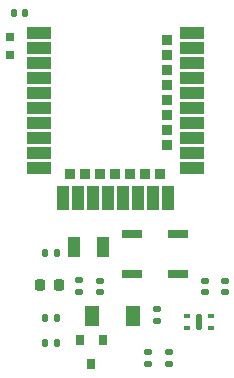
<source format=gbr>
G04 #@! TF.GenerationSoftware,KiCad,Pcbnew,(6.0.0-0)*
G04 #@! TF.CreationDate,2023-02-05T10:16:27+01:00*
G04 #@! TF.ProjectId,parasite,70617261-7369-4746-952e-6b696361645f,2.0.0*
G04 #@! TF.SameCoordinates,Original*
G04 #@! TF.FileFunction,Paste,Top*
G04 #@! TF.FilePolarity,Positive*
%FSLAX46Y46*%
G04 Gerber Fmt 4.6, Leading zero omitted, Abs format (unit mm)*
G04 Created by KiCad (PCBNEW (6.0.0-0)) date 2023-02-05 10:16:27*
%MOMM*%
%LPD*%
G01*
G04 APERTURE LIST*
G04 Aperture macros list*
%AMRoundRect*
0 Rectangle with rounded corners*
0 $1 Rounding radius*
0 $2 $3 $4 $5 $6 $7 $8 $9 X,Y pos of 4 corners*
0 Add a 4 corners polygon primitive as box body*
4,1,4,$2,$3,$4,$5,$6,$7,$8,$9,$2,$3,0*
0 Add four circle primitives for the rounded corners*
1,1,$1+$1,$2,$3*
1,1,$1+$1,$4,$5*
1,1,$1+$1,$6,$7*
1,1,$1+$1,$8,$9*
0 Add four rect primitives between the rounded corners*
20,1,$1+$1,$2,$3,$4,$5,0*
20,1,$1+$1,$4,$5,$6,$7,0*
20,1,$1+$1,$6,$7,$8,$9,0*
20,1,$1+$1,$8,$9,$2,$3,0*%
G04 Aperture macros list end*
%ADD10RoundRect,0.147500X-0.172500X0.147500X-0.172500X-0.147500X0.172500X-0.147500X0.172500X0.147500X0*%
%ADD11RoundRect,0.147500X0.147500X0.172500X-0.147500X0.172500X-0.147500X-0.172500X0.147500X-0.172500X0*%
%ADD12R,0.800000X0.900000*%
%ADD13RoundRect,0.147500X-0.147500X-0.172500X0.147500X-0.172500X0.147500X0.172500X-0.147500X0.172500X0*%
%ADD14RoundRect,0.147500X0.172500X-0.147500X0.172500X0.147500X-0.172500X0.147500X-0.172500X-0.147500X0*%
%ADD15R,1.000000X1.800000*%
%ADD16RoundRect,0.218750X0.218750X0.256250X-0.218750X0.256250X-0.218750X-0.256250X0.218750X-0.256250X0*%
%ADD17RoundRect,0.125000X0.125000X0.575000X-0.125000X0.575000X-0.125000X-0.575000X0.125000X-0.575000X0*%
%ADD18RoundRect,0.087500X0.187500X0.087500X-0.187500X0.087500X-0.187500X-0.087500X0.187500X-0.087500X0*%
%ADD19RoundRect,0.087500X-0.187500X-0.087500X0.187500X-0.087500X0.187500X0.087500X-0.187500X0.087500X0*%
%ADD20R,1.300000X1.700000*%
%ADD21R,2.000000X1.000000*%
%ADD22R,1.000000X2.000000*%
%ADD23R,0.900000X0.900000*%
%ADD24R,0.800000X0.800000*%
%ADD25R,1.700000X0.800000*%
G04 APERTURE END LIST*
D10*
X69762000Y-58584000D03*
X69762000Y-59554000D03*
X71540000Y-58584000D03*
X71540000Y-59554000D03*
D11*
X62015000Y-57822000D03*
X61045000Y-57822000D03*
D12*
X65886000Y-57568000D03*
X63986000Y-57568000D03*
X64936000Y-59568000D03*
D13*
X61045000Y-55663000D03*
X62015000Y-55663000D03*
D11*
X61992000Y-50202000D03*
X61022000Y-50202000D03*
D14*
X70524000Y-55917000D03*
X70524000Y-54947000D03*
D15*
X65952000Y-49694000D03*
X63452000Y-49694000D03*
D16*
X62193000Y-52869000D03*
X60618000Y-52869000D03*
D10*
X65698000Y-52534000D03*
X65698000Y-53504000D03*
D14*
X63920000Y-53481000D03*
X63920000Y-52511000D03*
D10*
X74588000Y-52534000D03*
X74588000Y-53504000D03*
D14*
X76239000Y-53504000D03*
X76239000Y-52534000D03*
D17*
X74080000Y-56044000D03*
D18*
X75105000Y-55544000D03*
D19*
X73055000Y-55544000D03*
X73055000Y-56544000D03*
D18*
X75105000Y-56544000D03*
D20*
X68492000Y-55536000D03*
X64992000Y-55536000D03*
D21*
X60468000Y-31542550D03*
X60468000Y-32812550D03*
X60468000Y-34082550D03*
X60468000Y-35352550D03*
X60468000Y-36622550D03*
X60468000Y-37892550D03*
X60468000Y-39162550D03*
X60468000Y-40432550D03*
X60468000Y-41702550D03*
X60468000Y-42972550D03*
D22*
X62528000Y-45572550D03*
D23*
X63158000Y-43472550D03*
D22*
X63798000Y-45572550D03*
D23*
X64428000Y-43472550D03*
D22*
X65068000Y-45572550D03*
D23*
X65698000Y-43472550D03*
D22*
X66338000Y-45572550D03*
D23*
X66968000Y-43472550D03*
D22*
X67608000Y-45572550D03*
D23*
X68238000Y-43472550D03*
D22*
X68878000Y-45572550D03*
D23*
X69508000Y-43472550D03*
D22*
X70148000Y-45572550D03*
D23*
X70778000Y-43472550D03*
D22*
X71418000Y-45572550D03*
D21*
X73468000Y-42972550D03*
X73468000Y-41702550D03*
D23*
X71368000Y-41067550D03*
D21*
X73468000Y-40432550D03*
D23*
X71368000Y-39797550D03*
D21*
X73468000Y-39162550D03*
D23*
X71368000Y-38527550D03*
D21*
X73468000Y-37892550D03*
D23*
X71368000Y-37257550D03*
D21*
X73468000Y-36622550D03*
D23*
X71368000Y-35987550D03*
D21*
X73468000Y-35352550D03*
D23*
X71368000Y-34717550D03*
D21*
X73468000Y-34082550D03*
D23*
X71368000Y-33447550D03*
D21*
X73468000Y-32812550D03*
D23*
X71368000Y-32177550D03*
D21*
X73468000Y-31542550D03*
D11*
X59325000Y-29882000D03*
X58355000Y-29882000D03*
D24*
X58078000Y-33426000D03*
X58078000Y-31926000D03*
D25*
X68400000Y-48562500D03*
X68400000Y-51962500D03*
X72300000Y-48562500D03*
X72300000Y-51962500D03*
M02*

</source>
